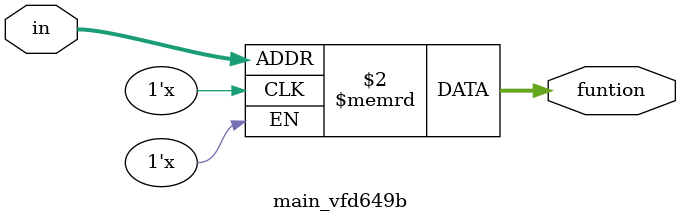
<source format=v>

`default_nettype none

module main #(
 parameter v9b43b4 = 11,
 parameter v9a13b9 = "v9a13b9.list",
 parameter v19205f = "v19205f.list"
) (
 input vc32236,
 input vclk,
 output v235616,
 output vecfcdc,
 output vfa6a9c,
 output vab7006,
 output [0:4] vinit
);
 localparam p5 = v9a13b9;
 localparam p6 = v19205f;
 localparam p8 = v9b43b4;
 wire [0:3] w0;
 wire [0:2] w1;
 wire [0:5] w2;
 wire [0:2] w3;
 wire [0:5] w4;
 wire w7;
 wire [0:7] w9;
 wire [0:7] w10;
 wire w11;
 wire w12;
 wire w13;
 wire w14;
 wire w15;
 wire [0:7] w16;
 wire [0:7] w17;
 wire [0:7] w18;
 wire w19;
 wire [0:31] w20;
 wire [0:31] w21;
 wire [0:7] w22;
 wire [0:31] w23;
 wire [0:31] w24;
 wire [0:3] w25;
 wire w26;
 wire [0:31] w27;
 wire w28;
 wire w29;
 assign w7 = vc32236;
 assign vfa6a9c = w13;
 assign w13 = vc32236;
 assign v235616 = w14;
 assign vab7006 = w15;
 assign vecfcdc = w26;
 assign w28 = vclk;
 assign w29 = vclk;
 assign w3 = w1;
 assign w4 = w2;
 assign w10 = w9;
 assign w13 = w7;
 assign w19 = w11;
 assign w22 = w9;
 assign w22 = w10;
 assign w23 = w20;
 assign w24 = w21;
 assign w25 = w0;
 assign w29 = w28;
 main_vfbe8ed vfbe8ed (
  .IN_A(w20),
  .IN_B(w21)
 );
 v4aa98f v90e706 (
  .v668da4(w0),
  .v0abde4(w1),
  .v30785e(w2)
 );
 main_vf5757b vf5757b (
  .in(w0),
  .out(w16)
 );
 main_vc1ecaa vc1ecaa (
  .in(w3),
  .out(w17)
 );
 main_v0cf55c v0cf55c (
  .in(w4),
  .out(w18)
 );
 ve2b856 vd0abcf (
  .vd9601b(w7),
  .v64879c(w11),
  .vbbbce8(w28)
 );
 v725b7e v5ddc3e (
  .v9fb85f(w12)
 );
 vd014cb #(
  .v5e4a03(p8)
 ) vced186 (
  .vb86fe4(w9),
  .vdd729a(w11),
  .v7c533e(w12)
 );
 main_v88f740 #(
  .opmemory(p5)
 ) v88f740 (
  .opalu(w1),
  .in(w9)
 );
 main_vfd649b #(
  .funcionmemory(p6)
 ) vfd649b (
  .funtion(w2),
  .in(w10)
 );
 vb0c93d vd9d637 (
  .vbc3322(w14),
  .v516a7d(w15),
  .v5f0bab(w16),
  .va73833(w17),
  .v97eecd(w18),
  .v9580da(w19),
  .v9856bd(w20),
  .v489ac8(w21),
  .v68ad21(w22),
  .vd8ecb5(w27),
  .v805d19(w29)
 );
 v7574f2 ve14c8a (
  .vfa7d11(w23),
  .v1e7c65(w24),
  .ve768a8(w25),
  .v3da6a5(w26),
  .v6144d8(w27)
 );
 assign vinit = 5'b00000;
endmodule

/*-------------------------------------------------*/
/*--   */
/*-- - - - - - - - - - - - - - - - - - - - - - - --*/
/*-- 
/*-------------------------------------------------*/
//---- Top entity
module v4aa98f (
 input [2:0] v0abde4,
 input [5:0] v30785e,
 output [3:0] v668da4
);
 wire [0:5] w0;
 wire [0:2] w1;
 wire [0:3] w2;
 assign w0 = v30785e;
 assign w1 = v0abde4;
 assign v668da4 = w2;
 v4aa98f_v36ad38 v36ad38 (
  .funcion(w0),
  .OpALU(w1),
  .OUT(w2)
 );
endmodule

/*-------------------------------------------------*/
/*--   */
/*-- - - - - - - - - - - - - - - - - - - - - - - --*/
/*-- 
/*-------------------------------------------------*/

module v4aa98f_v36ad38 (
 input [2:0] OpALU,
 input [5:0] funcion,
 output [3:0] OUT
);
 //-- Address bus
 wire [5:0] funcion;
 wire [2:0] OpALU;
 
 //-- Data bus
 reg  [3:0] OUT;
 
 always @(*)
     case (OpALU)
         0   :   OUT <= 2;
         1   :   OUT <= 6;
         2   :   OUT <= 0;
         3   :   OUT <= 1;
         4   :   OUT <= 7;
         5   :   OUT <= 12;
         7   :   case(funcion)
                     32  :   OUT <= 2;
                     34  :   OUT <= 6;
                     36  :   OUT <= 0;
                     37  :   OUT <= 1;
                     42  :   OUT <= 7;
                 endcase
     endcase 
endmodule
//---- Top entity
module ve2b856 (
 input vbbbce8,
 input vd9601b,
 output v64879c
);
 wire w0;
 wire w1;
 wire w2;
 assign w0 = vd9601b;
 assign v64879c = w1;
 assign w2 = vbbbce8;
 ve2b856_v297cb2 v297cb2 (
  .d(w0),
  .tic(w1),
  .clk(w2)
 );
endmodule

/*-------------------------------------------------*/
/*-- Pulsador-tic  */
/*-- - - - - - - - - - - - - - - - - - - - - - - --*/
/*-- Detección de pulsación. Emite un tic cada vez que se aprieta el pulsador
/*-------------------------------------------------*/

module ve2b856_v297cb2 (
 input clk,
 input d,
 output tic
);
 // Sincronizacion. Evitar 
 // problema de la metaestabilidad
 
 reg d2;
 reg r_in;
 
 always @(posedge clk)
  d2 <= d;
  
 always @(posedge clk)
   r_in <= d2;
 
 
 //-- Debouncer Circuit
 //-- It produces a stable output when the
 //-- input signal is bouncing
 
 reg btn_prev = 0;
 reg btn_out_r = 0;
 
 reg [16:0] counter = 0;
 
 
 always @(posedge clk) begin
 
   //-- If btn_prev and btn_in are differents
   if (btn_prev ^ r_in == 1'b1) begin
     
       //-- Reset the counter
       counter <= 0;
       
       //-- Capture the button status
       btn_prev <= r_in;
   end
     
   //-- If no timeout, increase the counter
   else if (counter[16] == 1'b0)
       counter <= counter + 1;
       
   else
     //-- Set the output to the stable value
     btn_out_r <= btn_prev;
 
 end
 
 //-- Generar tic en flanco de subida del boton
 reg old;
 
 always @(posedge clk)
   old <= btn_out_r;
   
 assign tic = !old & btn_out_r;
 
 
 
 
endmodule
//---- Top entity
module v725b7e (
 output v9fb85f
);
 wire w0;
 assign v9fb85f = w0;
 v725b7e_vb2eccd vb2eccd (
  .q(w0)
 );
endmodule

/*-------------------------------------------------*/
/*-- 1  */
/*-- - - - - - - - - - - - - - - - - - - - - - - --*/
/*-- Un bit constante a 1
/*-------------------------------------------------*/

module v725b7e_vb2eccd (
 output q
);
 //-- Bit constante a 1
 assign q = 1'b1;
 
 
endmodule
//---- Top entity
module vd014cb #(
 parameter v5e4a03 = 256
) (
 input vdd729a,
 input ve61673,
 input v7c533e,
 output [7:0] vb86fe4,
 output v712cd1
);
 localparam p1 = v5e4a03;
 wire w0;
 wire w2;
 wire w3;
 wire w4;
 wire [0:7] w5;
 assign w0 = ve61673;
 assign w2 = v7c533e;
 assign w3 = vdd729a;
 assign v712cd1 = w4;
 assign vb86fe4 = w5;
 vd014cb_vbd6086 #(
  .M(p1)
 ) vbd6086 (
  .rst(w0),
  .cnt(w2),
  .clk(w3),
  .ov(w4),
  .q(w5)
 );
endmodule

/*-------------------------------------------------*/
/*-- Contador-8bits-up-rst  */
/*-- - - - - - - - - - - - - - - - - - - - - - - --*/
/*-- Contador módulo M, ascendente, de 8 bits, con reset 
/*-------------------------------------------------*/

module vd014cb_vbd6086 #(
 parameter M = 0
) (
 input clk,
 input rst,
 input cnt,
 output [7:0] q,
 output ov
);
 //-- Numero de bits del contador
 localparam N = 8; 
 
 //-- En contadores de N bits:
 //-- M = 2 ** N
 
 //-- Internamente usamos un bit mas
 //-- (N+1) bits
 reg [N:0] qi = 0;
 
 always @(posedge clk)
   if (rst | ov)
     qi <= 0;
   else
     if (cnt)
       qi <= qi + 1;
       
 assign q = qi;
 
 //-- Comprobar overflow
 assign ov = (qi == M);
     
endmodule
//---- Top entity
module vb0c93d #(
 parameter v56d5e7 = 115200
) (
 input v805d19,
 input v9580da,
 input [31:0] v9856bd,
 input [31:0] v489ac8,
 input [31:0] vd8ecb5,
 input [31:0] v524e22,
 input [7:0] v5f0bab,
 input [7:0] va73833,
 input [7:0] v97eecd,
 input [7:0] v68ad21,
 output vbc3322,
 output v396cc9,
 output v516a7d
);
 localparam p0 = v56d5e7;
 wire [0:7] w1;
 wire w2;
 wire w3;
 wire w4;
 wire w5;
 wire [0:7] w6;
 wire [0:7] w7;
 wire [0:7] w8;
 wire [0:7] w9;
 wire [0:31] w10;
 wire [0:31] w11;
 wire [0:31] w12;
 wire [0:31] w13;
 wire w14;
 wire w15;
 wire w16;
 wire w17;
 wire w18;
 wire w19;
 assign vbc3322 = w4;
 assign v396cc9 = w5;
 assign w6 = v68ad21;
 assign w7 = v97eecd;
 assign w8 = va73833;
 assign w9 = v5f0bab;
 assign w10 = v524e22;
 assign w11 = vd8ecb5;
 assign w12 = v489ac8;
 assign w13 = v9856bd;
 assign w14 = v9580da;
 assign w15 = v805d19;
 assign w16 = v805d19;
 assign w17 = v805d19;
 assign v516a7d = w19;
 assign w16 = w15;
 assign w17 = w15;
 assign w17 = w16;
 assign w18 = w3;
 vc6459c #(
  .ved2ada(p0)
 ) v039dc6 (
  .v19b8dd(w1),
  .v05e99b(w2),
  .v01321e(w3),
  .v8caaa5(w4),
  .ve9a78f(w16)
 );
 vb0c93d_v04da77 v04da77 (
  .data_o(w1),
  .txmit_o(w2),
  .next(w3),
  .busy(w5),
  .B3(w6),
  .B2(w7),
  .B1(w8),
  .B0(w9),
  .W3(w10),
  .W2(w11),
  .W1(w12),
  .W0(w13),
  .txmit(w14),
  .clk(w15),
  .done(w19)
 );
 v43c77c vdd720e (
  .vcfc79f(w17),
  .v4c46bf(w18)
 );
endmodule

/*-------------------------------------------------*/
/*--   */
/*-- - - - - - - - - - - - - - - - - - - - - - - --*/
/*-- 
/*-------------------------------------------------*/

module vb0c93d_v04da77 (
 input clk,
 input txmit,
 input [31:0] W0,
 input [31:0] W1,
 input [31:0] W2,
 input [31:0] W3,
 input [7:0] B0,
 input [7:0] B1,
 input [7:0] B2,
 input [7:0] B3,
 input next,
 output [7:0] data_o,
 output txmit_o,
 output busy,
 output done
);
 reg state = 0;
 reg[7:0] data_o;
 reg[4:0] nbyte = 0;
 wire finish;
 
 always @(posedge clk)
   if (txmit)
     state <= 1'b1;
   else if (finish)
     state <= 1'b0;
 
 //-- El estado es directamente la señal de busy    
 assign busy = state;
 
 //-- La señal de done se obtiene por el flanco 
 //-- de bajada en el estado
 
 reg q0 = 0;
 
 always @(posedge clk)
   q0 <= state;
   
 assign done = (q0 & ~state);
 
 //-- Tic inicial: En el arranque del transmisor
 //-- Flanco de subida en el estado
 wire tic_start = (~q0 & state);  
 
 
 //-- Transmision de un byte: en el tic de start y en el tic de next  
 //-- siempre y cuano el transmisor esté habilitado
 assign txmit_o = (tic_start | tic_next) & state;
 
 //-- Cable que contiene el tic siguiente. Se obtiene retrasando dos
 //-- ciclos la señal next
 wire tic_next = q2;
 
 reg q1 = 0;
 reg q2 = 0;
 
 always @(posedge clk) begin
   q1 <= next;
   q2 <= q1;
 end
   
 //--- El dato a enviar se obtiene seleccionando el byte alto o  
 //-- el bajo
 //-- assign data_o = (nbyte) ? data[15:8] : data[7:0];
 always @(posedge clk) 
 begin
     case (nbyte)
         0 : data_o <= W0[31:24];
         1 : data_o <= W0[23:16];
         2 : data_o <= W0[15:8];
         3 : data_o <= W0[7:0];
         4 : data_o <= W1[31:24];
         5 : data_o <= W1[23:16];
         6 : data_o <= W1[15:8];
         7 : data_o <= W1[7:0];
         8 : data_o <= W2[31:24];
         9 : data_o <= W2[23:16];
         10 : data_o <= W2[15:8];
         11 : data_o <= W2[7:0];
         12 : data_o <= W3[31:24];
         13 : data_o <= W3[23:16];
         14 : data_o <= W3[15:8];
         15 : data_o <= W3[7:0];
         16 : data_o <= B0;
         17 : data_o <= B1;
         18 : data_o <= B2;
         19 : data_o <= B3;
     endcase
 end
 
 //-- Biestable T que indica el byte a enviar
 //-- Inicialmente vale 1 (alto)
 
 always @(posedge clk) begin
   if (next)
     nbyte <= nbyte + 1;
   else if (finish)
     nbyte = 0;
     
 end
 //-- Un flanco de subida en nbyte indica que se ha enviado el último
 //-- byte
 
 reg q3 = 0;
 
 always @(posedge clk)
   q3 <= nbyte[4] & nbyte[2];
   
 assign finish = (~q3 & nbyte[4] & nbyte[2]);  
 
 
 
 
 
 
 
 
endmodule
//---- Top entity
module vc6459c #(
 parameter ved2ada = 115200
) (
 input ve9a78f,
 input [7:0] v19b8dd,
 input v05e99b,
 output v8caaa5,
 output v2da441,
 output v01321e
);
 localparam p1 = ved2ada;
 wire w0;
 wire w2;
 wire [0:7] w3;
 wire w4;
 wire w5;
 wire w6;
 assign v8caaa5 = w0;
 assign w2 = ve9a78f;
 assign w3 = v19b8dd;
 assign w4 = v05e99b;
 assign v2da441 = w5;
 assign v01321e = w6;
 vc6459c_vedebcc #(
  .BAUD(p1)
 ) vedebcc (
  .TX(w0),
  .clk(w2),
  .data(w3),
  .txmit(w4),
  .busy(w5),
  .done(w6)
 );
endmodule

/*-------------------------------------------------*/
/*-- Serial-tx  */
/*-- - - - - - - - - - - - - - - - - - - - - - - --*/
/*-- Transmisor serie
/*-------------------------------------------------*/

module vc6459c_vedebcc #(
 parameter BAUD = 0
) (
 input clk,
 input [7:0] data,
 input txmit,
 output TX,
 output busy,
 output done
);
 //-- Constantes para obtener las velocidades estándares
 `define B115200 104 
 `define B57600  208
 `define B38400  313
 `define B19200  625
 `define B9600   1250
 `define B4800   2500
 `define B2400   5000
 `define B1200   10000
 `define B600    20000
 `define B300    40000
 
 //-- Constante para calcular los baudios
 localparam BAUDRATE = (BAUD==115200) ? `B115200 : //-- OK
                       (BAUD==57600)  ? `B57600  : //-- OK
                       (BAUD==38400)  ? `B38400  : //-- Ok
                       (BAUD==19200)  ? `B19200  : //-- OK
                       (BAUD==9600)   ? `B9600   : //-- OK
                       (BAUD==4800)   ? `B4800   : //-- OK 
                       (BAUD==2400)   ? `B2400   : //-- OK
                       (BAUD==1200)   ? `B1200   : //-- OK
                       (BAUD==600)    ? `B600    : //-- OK
                       (BAUD==300)    ? `B300    : //-- OK
                       `B115200 ;  //-- Por defecto 115200 baudios
 
 
 //---- GENERADOR DE BAUDIOS
 
 //-- Calcular el numero dde bits para almacenar el divisor
 localparam N = $clog2(BAUDRATE);
 
 //-- Contador para implementar el divisor
 //-- Es un contador modulo BAUDRATE
 reg [N-1:0] divcounter = 0;
 
 //-- Cable de reset para el contador
 //-- Comparador que resetea el contador cuando se alcanza el tope
 //-- o cuando el estado del biestable es 0 (apagado)
 wire reset = ov_gen | (state == 0);
 
 //-- Contador con reset
 always @(posedge clk)
   if (reset)
     divcounter <= 0;
   else
     divcounter <= divcounter + 1;
 
 //-- Hemos llegado al final
 wire ov_gen = (divcounter == BAUDRATE-1);
 
 
 
 //-- REGISTRO DESPLAZAMIENTO
 
 //-- Salida serie. Inicialmete a 1 (reposo) 
 reg TX = 1;
 
 //-- Registro de desplazamiento de 9 bits
 //-- Inicializado todo a 1s
 reg [8:0] q = 9'h1FF;
 
 //-- La entrada de shift es la salida del generador de baudios
 wire shift = ov_gen;
 
 always @(posedge clk)
   if (txmit_tic)
   //-- Carga del registro
     q <= {data, 1'b0};
     
   else if (shift)
     //-- Desplazamiento. Rellenar con 1 (bit de stop)
     q <= {1'b1, q[8:1]};
     
 //-- Sacar el bit de menor peso por serial-out    
 wire so;
 assign so = q[0];
 
 //-- La salida tx la registramos
 always @(posedge clk)
   TX <= so;
   
 //-- La señal de entrada txmit se pasa por un 
 //-- detector de flancos de subida para generar un tic
 reg q_re = 0;
 wire txmit_tic;
 
 always @(posedge clk)
   q_re <= txmit;
   
 assign txmit_tic = (~q_re & txmit);  
 
 
 
 //-- Estado de transmisor
 //-- 0: Parado
 //-- 1: Ocupado (transmitiendo)
 reg state = 0;
   
 always @(posedge clk)
   //-- Empieza la transmision: ocupado
   if (txmit)
     state <= 1'b1;
     
   //-- Acaba la transmision: libre    
   else if (ov)
     state <= 1'b0;
 
 //-- Contador de bits enviados
 reg [3:0] bits = 0;
 always @(posedge clk)
   //-- Si la cuenta ha terminado... volver a 0
   if (ov)
     bits <= 2'b00;
   else
     if (shift)
       bits <= bits + 1;
 
 //-- Comprobar si se ha transmitido el último bit (overflow)
 //-- 1 bit de start + 8 bits de datos + 1 bit de stop
 wire ov = (bits == 10);
 
 //-- La señal de ocupado es el estado del transmisor
 assign busy = state;
 
 //-- La señal de done es la de overflow pero retrasada un
 //-- periodo de reloj del sistema y que el biestable 
 //-- llegue al estado de parado antes de que se 
 //-- empiece otra transmision
 
 reg done=0;
 
 always @(posedge clk)
   done <= ov;
 
endmodule
//---- Top entity
module v43c77c #(
 parameter vf18b7a = 50
) (
 input vcfc79f,
 input v4c46bf,
 output v19f572
);
 localparam p0 = vf18b7a;
 wire w1;
 wire w2;
 wire w3;
 assign v19f572 = w1;
 assign w2 = vcfc79f;
 assign w3 = v4c46bf;
 vf91a27 #(
  .v187a47(p0)
 ) vf1e43e (
  .veabfb2(w1),
  .v5688a8(w2),
  .v6e1dd1(w3)
 );
endmodule

/*-------------------------------------------------*/
/*-- flash  */
/*-- - - - - - - - - - - - - - - - - - - - - - - --*/
/*-- Emitir un pulso de anchura determinada para encender un LED durante un tiempo. 50ms por defecto
/*-------------------------------------------------*/
//---- Top entity
module vf91a27 #(
 parameter v187a47 = 100
) (
 input v5688a8,
 input v6e1dd1,
 output veabfb2,
 output va9e2af
);
 localparam p4 = v187a47;
 wire w0;
 wire w1;
 wire w2;
 wire w3;
 assign w0 = v6e1dd1;
 assign veabfb2 = w1;
 assign va9e2af = w2;
 assign w3 = v5688a8;
 vf91a27_v3140f5 #(
  .MS(p4)
 ) v3140f5 (
  .start(w0),
  .p(w1),
  .tic(w2),
  .clk(w3)
 );
endmodule

/*-------------------------------------------------*/
/*-- timer-msec  */
/*-- - - - - - - - - - - - - - - - - - - - - - - --*/
/*-- Temporizador en milisegundos. La señal p está activa durante el tiempo indicado. Por tic se emite un tic al finalizar
/*-------------------------------------------------*/

module vf91a27_v3140f5 #(
 parameter MS = 0
) (
 input clk,
 input start,
 output p,
 output tic
);
 //localparam MS;
 
 //-- Constante para dividir y obtener una señal de  
 //-- periodo 1ms
 localparam M = 12000;
 
 //-- Calcular el numero de bits para almacenar M
 localparam N = $clog2(M);
 
 //-- Cable de reset para el corazon
 wire rst_heart;
 
 //-- Overflow del temporizador del corazon
 wire ov_heart;
 
 //-- Habilitacion del corazon
 wire ena;
 
 //-- Tics del corazon
 wire tic_heart;
 
 //-- Contador del corazon
 reg [N-1:0] heart=0;
 
 always @(posedge clk)
   if (rst_heart)
     heart <= 0;
   else
     heart <= heart + 1;
 
 //-- Overflow del contador
 assign ov_heart = (heart == M-1);
 
 //-- La salida del corazon es la señal de overflow
 assign tic_heart = ov_heart;
 
 //-- Reset del corazon
 assign rst_heart =~ena | ov_heart;
 
 
 
 //--------------------------------------------
 //-- Contador de tics
 //--------------------------------------------
 
 //-- Calcular el numero de bits para almacenar MS tics
 localparam CB = $clog2(MS);
 
 reg [CB-1:0] counter = 0;
 
 //-- Overflow del contador
 wire ov;
 
 //-- Señal de reset del contador
 wire rst;
 
 always @(posedge clk)
 if (rst)
   counter <= 0;
 else
   if (tic_heart)
     counter <= counter + 1;
 
 //-- Evento: cuenta máxima de tics alcanzada
 assign ov = (counter == MS);
 
 //---------------------------------------
 //-- Biestable de estado del timer
 //-- 0: Apagado  
 //-- 1: Funcionando
 reg q = 0;
 
 always @(posedge clk)
   if (start)
     q <= 1'b1;
   else if (rst)
     q<=1'b0;
     
 //-- Lógica de reset
 //En función de la entrada, el estado y  
 // el overflow se inicializa el contador y 
 // se habilita el corazón de tics
 assign rst = ~q | ov | start;
 assign ena = ~rst;
 
 //-- Salida de pulso
 assign p = q;
 
 //-- Salida de tic
 //-- Saca un tic cuando ha finalizado la cuenta
 assign tic = ov;
 
endmodule
//---- Top entity
module v7574f2 (
 input [31:0] vfa7d11,
 input [31:0] v1e7c65,
 input [3:0] ve768a8,
 output v3da6a5,
 output [31:0] v6144d8
);
 wire [0:31] w0;
 wire [0:31] w1;
 wire [0:3] w2;
 wire [0:31] w3;
 wire [0:31] w4;
 wire w5;
 assign w0 = vfa7d11;
 assign w1 = v1e7c65;
 assign w2 = ve768a8;
 assign v6144d8 = w3;
 assign v3da6a5 = w5;
 assign w4 = w3;
 v7574f2_v00bd94 v00bd94 (
  .A(w0),
  .B(w1),
  .Op(w2),
  .Result(w3)
 );
 v7574f2_ve56818 ve56818 (
  .Result(w4),
  .Z(w5)
 );
endmodule

/*-------------------------------------------------*/
/*-- ALU  */
/*-- - - - - - - - - - - - - - - - - - - - - - - --*/
/*-- ALU
/*-------------------------------------------------*/

module v7574f2_v00bd94 (
 input [31:0] A,
 input [31:0] B,
 input [3:0] Op,
 output [31:0] Result
);
 //-- Address bus
 wire signed [31:0] A;
 wire signed [31:0] B;
 wire [3:0]  Op;
 
 //-- Data bus
 reg [31:0]  Result = 0;
 
 always @(*)
     case (Op)
         0   :   Result = A & B;
         1   :   Result = A | B;
         2   :   Result = A + B;
         6   :   Result = A - B;
         7   :   if(A < B) begin
                     Result = 1;
                 end else begin
                     Result = 0;
                 end
         12  :   Result = ~(A | B);
         default : Result = 0;
     endcase
endmodule

module v7574f2_ve56818 (
 input [31:0] Result,
 output Z
);
 //-- Address bus
 wire [31:0] Result;
 
 //-- Data output
 reg Z;
 
 always @(*) begin
     if (Result == 0) begin
         Z <= 1;
     end else begin
         Z <= 0;
     end
 end
endmodule

module main_vfbe8ed (
 output [31:0] IN_A,
 output [31:0] IN_B
);
 assign IN_A = ~(32'h5);
 assign IN_B = 32'h10;
endmodule

module main_vf5757b (
 input [3:0] in,
 output [7:0] out
);
 assign out = 0 + in;
endmodule

module main_vc1ecaa (
 input [2:0] in,
 output [7:0] out
);
 assign out = 0 + in;
endmodule

module main_v0cf55c (
 input [5:0] in,
 output [7:0] out
);
 assign out = 0 + in;
endmodule

module main_v88f740 #(
 parameter opmemory = 0
) (
 input [7:0] in,
 output [2:0] opalu
);
 // Address bus (7 bits)
 wire [7:0] in;
 // Instruction Bus (2 bits)
 reg [2:0] opalu;
 // Memory Instruction
 reg [2:0] ins [0:11];
 
 always @(*) begin
     opalu <= ins[in];
 end
 
 // Memory contents read
 // from the opmemory table
 initial begin
     if (opmemory) $readmemh(opmemory, ins);
 end
endmodule

module main_vfd649b #(
 parameter funcionmemory = 0
) (
 input [7:0] in,
 output [5:0] funtion
);
 // Address bus (7 bits)
 wire [7:0] in;
 // Instruction Bus (5 bits)
 reg [5:0] funtion;
 // Memory Instruction
 reg [5:0] ins [0:11];
 
 always @(*) begin
     funtion <= ins[in];
 end
 
 // Memory contents read
 // from the funcionmemory table
 initial begin
     if (funcionmemory) $readmemh(funcionmemory, ins);
 end
endmodule

</source>
